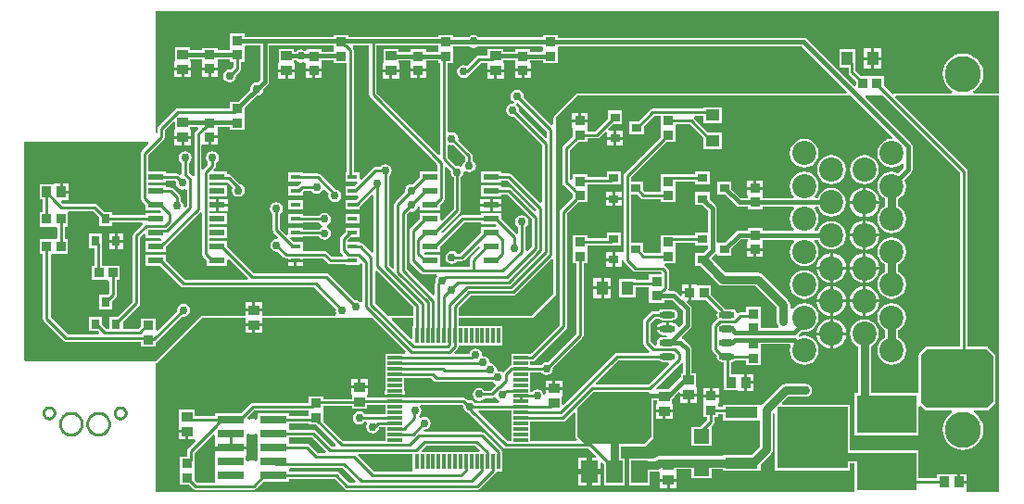
<source format=gtl>
%FSLAX23Y23*%
%MOIN*%
%SFA1B1*%

%IPPOS*%
%ADD13C,0.010000*%
%ADD16R,0.035430X0.039370*%
%ADD17R,0.039370X0.035430*%
%ADD18R,0.051180X0.043310*%
%ADD19R,0.043310X0.051180*%
%ADD20R,0.057090X0.053150*%
%ADD21R,0.214570X0.137800*%
%ADD22R,0.035430X0.031500*%
%ADD23R,0.031500X0.035430*%
%ADD24R,0.251970X0.218500*%
%ADD25R,0.118110X0.039370*%
%ADD26R,0.037400X0.033470*%
%ADD27R,0.033470X0.037400*%
%ADD28R,0.035000X0.016540*%
%ADD29R,0.057090X0.023620*%
%ADD30O,0.057090X0.023620*%
%ADD31R,0.011810X0.053150*%
%ADD32R,0.053150X0.011810*%
%ADD33R,0.149610X0.078740*%
%ADD34R,0.059060X0.078740*%
%ADD35R,0.094490X0.029920*%
%ADD59C,0.015000*%
%ADD60C,0.030000*%
%ADD61C,0.129920*%
%ADD62C,0.086610*%
%ADD63C,0.030000*%
%LNpedalboxrev2-1*%
%LPD*%
G36*
X2347Y1610D02*
Y1605D01*
Y1599*
X2342Y1594*
X2302*
Y1603*
X2248*
Y1595*
X2204*
Y1605*
X2149*
Y1580*
X2118*
X2113Y1579*
X2108Y1576*
X2075Y1542*
X2071Y1545*
X2062Y1547*
X2054Y1545*
X2046Y1540*
X2041Y1532*
X2039Y1523*
X2041Y1514*
X2046Y1507*
X2054Y1501*
X2062Y1500*
X2071Y1501*
X2079Y1507*
X2084Y1514*
X2084Y1514*
X2123Y1553*
X2147*
Y1531*
X2177*
X2206*
Y1554*
X2204*
Y1563*
X2248*
Y1554*
X2246*
Y1532*
X2304*
Y1554*
X2302*
Y1562*
X2347*
Y1554*
X2400*
Y1598*
Y1603*
Y1609*
X2405Y1614*
X3278*
X3440Y1451*
X3438Y1445*
X2472Y1445*
X2469Y1444*
X2466Y1442*
X2387Y1364*
X2386Y1361*
X2385Y1358*
Y1332*
X2378Y1329*
X2277Y1430*
X2277Y1434*
X2276Y1443*
X2271Y1451*
X2263Y1456*
X2254Y1457*
X2245Y1456*
X2237Y1451*
X2232Y1443*
X2231Y1434*
X2232Y1425*
X2237Y1417*
X2243Y1414*
X2240Y1407*
X2238Y1407*
X2229Y1406*
X2222Y1401*
X2217Y1393*
X2215Y1384*
X2217Y1375*
X2222Y1367*
X2229Y1362*
X2238Y1361*
X2242Y1361*
X2344Y1259*
Y1052*
X2338Y1049*
X2235Y1152*
X2231Y1155*
X2225Y1156*
X2197*
Y1162*
X2124*
Y1123*
X2197*
Y1129*
X2220*
X2323Y1026*
X2323Y1024*
X2315Y1021*
X2235Y1102*
X2231Y1105*
X2225Y1106*
X2197*
Y1112*
X2124*
Y1073*
X2197*
Y1079*
X2220*
X2308Y991*
Y893*
X2291Y876*
X2284Y879*
Y964*
X2288Y966*
X2293Y974*
X2295Y983*
X2293Y992*
X2288Y999*
X2280Y1004*
X2271Y1006*
X2262Y1004*
X2255Y999*
X2249Y992*
X2248Y983*
X2249Y974*
X2255Y966*
X2258Y964*
Y941*
X2255Y939*
X2251Y938*
X2197Y992*
Y1012*
X2124*
Y1006*
X2057*
X2052Y1005*
X2048Y1002*
X1988Y942*
X1980Y944*
X1980Y947*
X2048Y1015*
X2051Y1019*
X2052Y1024*
Y1142*
X2055Y1144*
X2061Y1152*
X2062Y1161*
X2062Y1161*
X2069Y1165*
X2073Y1162*
X2082Y1161*
X2091Y1162*
X2099Y1167*
X2104Y1175*
X2106Y1184*
X2104Y1193*
X2099Y1201*
X2095Y1203*
Y1219*
X2094Y1224*
X2092Y1228*
X2042Y1278*
X2043Y1281*
X2041Y1290*
X2036Y1298*
X2028Y1303*
X2019Y1305*
X2011Y1303*
X2004Y1307*
Y1553*
X2024*
Y1603*
Y1604*
Y1615*
X2082*
X2089Y1610*
X2098Y1608*
X2107Y1610*
X2114Y1615*
X2342*
X2347Y1610*
G37*
G36*
X1595Y1609D02*
Y1605D01*
Y1603*
Y1595*
X1550*
Y1603*
X1496*
Y1601*
X1489Y1597*
X1485Y1600*
X1476Y1602*
X1467Y1600*
X1459Y1595*
X1452Y1595*
Y1605*
X1397*
Y1554*
X1395*
Y1531*
X1425*
X1454*
Y1554*
X1452*
Y1562*
X1459Y1562*
X1467Y1557*
X1476Y1555*
X1485Y1557*
X1494Y1555*
X1494Y1554*
Y1532*
X1552*
Y1554*
X1550*
Y1563*
X1595*
Y1554*
X1640*
Y1159*
X1636*
Y1126*
X1677*
X1680Y1120*
X1669Y1109*
X1636*
Y1076*
X1681*
X1684Y1069*
X1674Y1059*
X1636*
Y1026*
X1687*
Y1035*
X1732Y1080*
X1739Y1077*
Y873*
X1732Y870*
X1700Y902*
X1696Y905*
X1690Y906*
X1687*
Y909*
X1645*
X1645Y916*
X1655Y926*
X1687*
Y959*
X1636*
Y945*
X1622Y931*
X1619Y926*
X1618Y921*
Y879*
X1619Y874*
X1622Y870*
X1629Y862*
X1627Y856*
X1588*
X1571Y873*
X1566Y876*
X1561Y877*
X1483*
Y909*
X1450*
X1439Y920*
X1442Y926*
X1483*
Y929*
X1542*
X1545Y925*
X1553Y920*
X1562Y918*
X1570Y920*
X1578Y925*
X1583Y932*
X1585Y941*
X1583Y950*
X1578Y958*
X1571Y963*
X1570Y965*
Y968*
X1571Y970*
X1578Y975*
X1583Y983*
X1585Y992*
X1583Y1001*
X1578Y1008*
X1570Y1013*
X1562Y1015*
X1553Y1013*
X1545Y1008*
X1543Y1005*
X1483*
Y1009*
X1432*
Y976*
X1483*
Y979*
X1542*
X1545Y975*
X1552Y970*
X1553Y968*
Y965*
X1552Y963*
X1545Y958*
X1543Y955*
X1483*
Y959*
X1432*
Y937*
X1425Y934*
X1402Y958*
Y1010*
X1405Y1012*
X1410Y1020*
X1412Y1029*
X1410Y1038*
X1405Y1046*
X1397Y1051*
X1388Y1052*
X1379Y1051*
X1372Y1046*
X1367Y1038*
X1365Y1029*
X1367Y1020*
X1372Y1012*
X1375Y1010*
Y952*
X1376Y947*
X1379Y943*
X1394Y928*
X1391Y921*
X1389Y922*
X1380Y920*
X1373Y915*
X1368Y907*
X1366Y898*
X1368Y889*
X1373Y882*
X1380Y876*
X1389Y875*
X1393Y875*
X1414Y855*
X1418Y852*
X1424Y851*
X1430*
Y848*
X1457*
X1485*
Y851*
X1556*
X1573Y833*
X1578Y830*
X1583Y829*
X1636*
Y826*
X1687*
Y831*
X1694Y834*
X1698Y831*
Y694*
X1691Y692*
X1689Y694*
X1682Y699*
X1673Y701*
X1669Y700*
X1576Y793*
X1572Y796*
X1567Y797*
X1306*
X1211Y892*
Y912*
X1147*
Y923*
X1211*
Y962*
X1147*
Y973*
X1211*
Y1012*
X1147*
Y1021*
X1170*
Y1043*
Y1064*
X1147*
Y1073*
X1211*
Y1112*
X1147*
Y1123*
X1211*
X1218Y1121*
X1232Y1107*
X1230Y1104*
X1228Y1095*
X1230Y1086*
X1235Y1078*
X1242Y1073*
X1251Y1072*
X1260Y1073*
X1268Y1078*
X1273Y1086*
X1275Y1095*
X1273Y1104*
X1268Y1112*
X1260Y1117*
X1259Y1117*
X1228Y1148*
X1224Y1151*
X1218Y1152*
X1211*
Y1162*
X1164*
X1161Y1169*
X1168Y1175*
X1170Y1180*
X1171Y1185*
Y1193*
X1175Y1196*
X1180Y1203*
X1182Y1212*
X1180Y1221*
X1175Y1229*
X1167Y1234*
X1158Y1236*
X1149Y1234*
X1142Y1229*
X1137Y1221*
X1135Y1212*
X1137Y1203*
X1142Y1196*
X1142Y1187*
X1126Y1171*
X1119Y1174*
Y1254*
X1120Y1260*
X1144*
Y1287*
X1149*
Y1292*
X1178*
Y1314*
X1176*
Y1323*
X1221*
Y1313*
X1274*
Y1363*
Y1365*
Y1370*
Y1392*
X1319Y1437*
X1327Y1438*
X1335Y1444*
X1340Y1451*
X1342Y1459*
X1357Y1475*
X1361Y1480*
X1362Y1486*
Y1616*
X1593*
X1595Y1609*
G37*
G36*
X1971Y1604D02*
D01*
Y1603*
Y1594*
X1926*
Y1603*
X1872*
Y1594*
X1828*
Y1605*
X1773*
Y1554*
X1771*
Y1531*
X1800*
X1830*
Y1554*
X1828*
Y1563*
X1872*
Y1554*
X1870*
Y1532*
X1928*
Y1554*
X1926*
Y1563*
X1971*
Y1553*
X1978*
Y1224*
X1971Y1222*
X1749Y1444*
Y1616*
X1971*
Y1604*
G37*
G36*
X3989Y1445D02*
X3897D01*
X3895Y1452*
X3899Y1453*
X3910Y1462*
X3919Y1474*
X3926Y1486*
X3930Y1500*
X3931Y1514*
X3930Y1529*
X3926Y1542*
X3919Y1555*
X3910Y1566*
X3899Y1575*
X3886Y1582*
X3872Y1586*
X3858Y1588*
X3843Y1586*
X3830Y1582*
X3817Y1575*
X3806Y1566*
X3797Y1555*
X3790Y1542*
X3786Y1529*
X3784Y1514*
X3786Y1500*
X3790Y1486*
X3797Y1474*
X3806Y1462*
X3817Y1453*
X3820Y1452*
X3818Y1445*
X3618*
X3615Y1444*
X3612Y1442*
X3604Y1441*
X3573Y1472*
Y1507*
X3524*
X3522*
X3492*
X3472Y1526*
Y1554*
X3472Y1555*
Y1604*
X3413*
Y1537*
X3446*
Y1520*
X3447Y1515*
X3450Y1511*
X3473Y1488*
Y1473*
X3466Y1470*
X3296Y1641*
X3290Y1644*
X3284Y1645*
X2400*
Y1654*
X2347*
Y1646*
X2116*
X2115Y1648*
X2107Y1654*
X2098Y1655*
X2089Y1654*
X2081Y1648*
X2080Y1646*
X2024*
Y1654*
X1971*
Y1648*
X1648*
Y1654*
X1595*
Y1648*
X1274*
Y1659*
X1221*
Y1615*
Y1610*
Y1604*
X1216Y1599*
X1176*
Y1608*
X1122*
Y1599*
X1078*
Y1610*
X1023*
Y1559*
X1021*
Y1536*
X1051*
X1080*
Y1559*
X1078*
Y1568*
X1122*
Y1559*
X1120*
Y1537*
X1178*
Y1559*
X1176*
Y1568*
X1221*
Y1558*
X1234*
Y1540*
X1225Y1530*
X1221Y1531*
X1212Y1529*
X1204Y1524*
X1199Y1516*
X1197Y1507*
X1199Y1498*
X1204Y1491*
X1212Y1486*
X1221Y1484*
X1230Y1486*
X1237Y1491*
X1242Y1498*
X1244Y1507*
X1243Y1511*
X1257Y1525*
X1260Y1529*
X1261Y1534*
Y1558*
X1274*
Y1611*
X1279Y1616*
X1330*
Y1492*
X1321Y1483*
X1318Y1484*
X1309Y1482*
X1302Y1477*
X1297Y1469*
X1295Y1460*
X1295Y1458*
X1252Y1414*
X1221*
Y1391*
X1033*
X1028Y1390*
X1024Y1387*
X964Y1327*
X961Y1322*
X960Y1317*
Y1299*
X960Y1299*
X953Y1303*
Y1739*
X3989*
Y1445*
G37*
G36*
X2362Y1307D02*
Y1288D01*
X2356Y1285*
X2261Y1380*
X2262Y1384*
X2260Y1393*
X2255Y1401*
X2250Y1404*
X2253Y1410*
X2258Y1411*
X2362Y1307*
G37*
G36*
X2019Y1258D02*
X2023Y1259D01*
X2069Y1213*
Y1203*
X2066Y1201*
X2061Y1193*
X2059Y1184*
X2059Y1184*
X2052Y1179*
X2048Y1183*
X2039Y1184*
X2035Y1184*
X2004Y1214*
Y1256*
X2011Y1260*
X2019Y1258*
G37*
G36*
X1023Y1339D02*
Y1314D01*
X1021*
Y1291*
X1051*
X1080*
Y1314*
X1078*
Y1323*
X1103*
X1106Y1316*
X1096Y1307*
X1094Y1303*
X1093Y1297*
Y1148*
X1086Y1146*
X1074Y1157*
Y1194*
X1077Y1197*
X1082Y1204*
X1084Y1213*
X1082Y1222*
X1077Y1230*
X1069Y1235*
X1061Y1237*
X1052Y1235*
X1044Y1230*
X1039Y1222*
X1037Y1213*
X1039Y1204*
X1044Y1197*
X1047Y1194*
Y1154*
X1041Y1151*
X1041Y1151*
X1039Y1152*
X1035Y1155*
X1030Y1156*
X991*
Y1162*
X926*
Y1222*
X983Y1278*
X985Y1282*
X986Y1287*
Y1312*
X1017Y1342*
X1023Y1339*
G37*
G36*
X1722Y1439D02*
X1723Y1434D01*
X1726Y1429*
X1969Y1187*
Y1162*
X1904*
Y1142*
X1880Y1117*
X1875Y1118*
X1866Y1117*
X1858Y1112*
X1853Y1104*
X1851Y1095*
X1852Y1090*
X1816Y1054*
X1813Y1049*
X1812Y1044*
Y815*
X1806Y812*
X1793Y825*
Y1148*
X1797Y1150*
X1802Y1158*
X1803Y1167*
X1802Y1176*
X1797Y1183*
X1789Y1188*
X1780Y1190*
X1771Y1188*
X1763Y1183*
X1761Y1180*
X1745*
X1740Y1179*
X1736Y1176*
X1694Y1134*
X1687Y1137*
Y1159*
X1666*
Y1600*
X1665Y1605*
X1663Y1609*
X1664Y1613*
X1665Y1616*
X1722*
Y1439*
G37*
G36*
X1028Y1124D02*
X1028Y1122D01*
X1029Y1113*
X1035Y1105*
X1042Y1100*
X1051Y1098*
X1059Y1100*
X1066Y1096*
Y1039*
X1060Y1033*
X1054Y1037*
X1054Y1039*
X1053Y1048*
X1048Y1055*
X1044Y1058*
Y1069*
X1043Y1074*
X1040Y1078*
X1016Y1102*
X1012Y1105*
X1007Y1106*
X991*
Y1112*
X926*
Y1123*
X991*
Y1129*
X1023*
X1028Y1124*
G37*
G36*
X2016Y1165D02*
X2015Y1161D01*
X2017Y1152*
X2022Y1144*
X2026Y1142*
Y1030*
X1983Y988*
X1977Y990*
Y1012*
X1904*
Y992*
X1872Y959*
X1869Y955*
X1868Y950*
Y843*
X1869Y838*
X1872Y834*
X1909Y796*
X1914Y793*
X1919Y792*
X1963*
X1966Y785*
X1962Y780*
X1960Y771*
X1961Y767*
X1960Y764*
X1959Y759*
Y719*
X1952Y717*
X1857Y812*
Y1007*
X1869Y1019*
X1875Y1018*
X1883Y1020*
X1891Y1025*
X1896Y1033*
X1897Y1037*
X1904Y1036*
Y1023*
X1977*
Y1044*
X1991Y1058*
X1994Y1062*
X1995Y1067*
Y1177*
X2002Y1179*
X2016Y1165*
G37*
G36*
X929Y1262D02*
X904Y1237D01*
X901Y1232*
X900Y1227*
Y1067*
X901Y1062*
X904Y1058*
X918Y1044*
Y1023*
X971*
X974Y1019*
X971Y1012*
X918*
Y1006*
X799*
Y1017*
X770*
X743Y1044*
X739Y1047*
X734Y1048*
X620*
X614Y1054*
X616Y1060*
X642*
Y1085*
X615*
Y1090*
X610*
Y1120*
X587*
Y1118*
X536*
Y1062*
X549*
Y1018*
X538*
Y965*
X582*
X587*
X595*
X600Y960*
Y925*
X595Y920*
X589*
X582*
X538*
Y867*
X549*
Y633*
X550Y628*
X553Y624*
X622Y555*
X626Y552*
X631Y551*
X902*
Y534*
X955*
Y548*
X958Y549*
X1051Y642*
X1055Y641*
X1064Y643*
X1071Y648*
X1076Y656*
X1078Y665*
X1076Y674*
X1071Y681*
X1064Y687*
X1055Y688*
X1046Y687*
X1038Y681*
X1033Y674*
X1031Y665*
X1032Y661*
X962Y591*
X955Y594*
Y634*
X902*
Y608*
X891Y597*
X836*
Y622*
X895Y680*
X898Y684*
X899Y689*
Y927*
X911Y940*
X918Y937*
Y923*
X971*
X974Y916*
X971Y912*
X918*
Y873*
X991*
Y894*
X1113Y1016*
X1120Y1013*
Y867*
X1121Y862*
X1124Y858*
X1138Y844*
Y823*
X1211*
Y845*
X1218Y848*
X1286Y780*
X1283Y773*
X1060*
X991Y842*
Y862*
X918*
Y823*
X972*
X1045Y750*
X1049Y747*
X1054Y746*
X1525*
X1603Y668*
X1602Y664*
X1604Y655*
X1605Y652*
X1602Y645*
X1336*
Y659*
X1307*
X1277*
Y645*
X1122*
X1118Y645*
X1116Y643*
X953Y480*
X953*
X949Y479*
X948Y479*
X948Y479*
X944Y480*
X487*
X482Y485*
X482Y1269*
X927*
X929Y1262*
G37*
G36*
X751Y999D02*
Y966D01*
X799*
Y979*
X904*
X907Y972*
X876Y942*
X873Y937*
X872Y932*
Y695*
X818Y640*
X789*
Y597*
X776*
X761Y612*
Y640*
X714*
Y589*
X747*
X751Y584*
X749Y578*
X637*
X576Y639*
Y862*
X581Y867*
X587*
X594*
X638*
Y920*
X627*
Y965*
X638*
Y1014*
X638Y1018*
X644Y1021*
X729*
X751Y999*
G37*
G36*
X2124Y973D02*
X2177D01*
X2180Y969*
X2177Y962*
X2124*
Y942*
X2050Y867*
X2038*
X2036Y870*
X2028Y876*
X2019Y877*
X2010Y876*
X2003Y870*
X1998Y863*
X1996Y854*
X1998Y845*
X2003Y837*
X2010Y832*
X2019Y830*
X2028Y832*
X2036Y837*
X2038Y841*
X2055*
X2060Y842*
X2065Y844*
X2114Y893*
X2121Y891*
X2121Y889*
X2087Y854*
X2084Y849*
X2083Y844*
Y819*
X1982*
X1977Y823*
Y862*
X1924*
X1921Y866*
X1924Y873*
X1977*
Y894*
X2063Y979*
X2124*
Y973*
G37*
G36*
X2385Y846D02*
Y723D01*
X2307Y645*
X2044*
Y672*
X2087Y716*
X2240*
X2245Y717*
X2249Y719*
X2378Y848*
X2385Y846*
G37*
G36*
X1880Y675D02*
Y645D01*
X1805*
X1802Y645*
X1800Y643*
X1791Y642*
X1743Y691*
Y803*
X1750Y806*
X1880Y675*
G37*
G36*
Y637D02*
Y607D01*
X1879*
Y563*
X1873Y561*
X1803Y631*
X1805Y637*
X1880*
G37*
G36*
X3989Y10D02*
X3872D01*
X3871Y16*
Y41*
X3843*
Y46*
X3838*
Y75*
X3815*
Y73*
X3764*
Y59*
X3699*
Y161*
X3533*
X3530Y161*
X3450*
Y323*
X3208*
X3206Y329*
X3229Y353*
X3291*
X3300Y355*
X3307Y360*
X3313Y367*
X3314Y376*
X3313Y385*
X3307Y393*
X3300Y398*
X3291Y400*
X3220*
X3211Y398*
X3203Y393*
X3136Y326*
X3130Y323*
X2995*
Y317*
X2978*
Y329*
X2980*
Y351*
X2923*
Y329*
X2925*
Y280*
X2938*
Y270*
X2913Y245*
X2880*
Y176*
X2953*
Y245*
X2956Y251*
X2961Y255*
X2964Y259*
X2965Y264*
Y280*
X2978*
Y290*
X2995*
Y268*
X3128*
Y174*
X3096Y143*
X2995*
Y139*
X2765*
X2756Y137*
X2748Y132*
X2746Y130*
X2709*
X2707Y130*
X2657*
Y35*
X2732*
Y83*
X2756*
X2764Y85*
X2768Y81*
X2769Y79*
Y58*
X2799*
X2828*
Y80*
X2826*
Y92*
X2880*
Y59*
X2953*
Y92*
X2995*
Y88*
X3130*
Y110*
X3168Y148*
X3173Y156*
X3175Y165*
X3175*
Y293*
X3175Y293*
X3182Y290*
Y88*
X3450*
Y115*
X3469*
Y10*
X953*
Y472*
X956*
X1122Y637*
X1277*
Y616*
X1307*
X1336*
Y637*
X1733*
X1855Y516*
X1852Y508*
X1849Y508*
X1780*
Y460*
Y421*
Y372*
X1778*
Y361*
X1814*
X1851*
Y372*
X1849*
Y421*
X1944*
X1954Y411*
X1959Y408*
X1964Y407*
X2167*
X2169Y405*
X2175Y401*
X2176Y395*
Y393*
X2158Y375*
X2136*
X2134Y378*
X2127Y383*
X2118Y385*
X2109Y383*
X2101Y378*
X2096Y371*
X2094Y362*
X2096Y353*
X2101Y345*
X2109Y340*
X2118Y338*
X2127Y340*
X2134Y345*
X2136Y348*
X2164*
X2169Y349*
X2171Y351*
X2177Y350*
X2179Y349*
X2184Y342*
X2191Y337*
X2191Y337*
X2187Y330*
X2104*
X2102Y334*
X2094Y339*
X2085Y341*
X2077Y339*
X2071Y345*
X2066Y348*
X2061Y349*
X1851*
Y351*
X1814*
X1778*
Y349*
X1715*
Y361*
X1717*
Y383*
X1658*
Y361*
X1660*
Y345*
X1558*
Y354*
X1504*
Y331*
X1304*
X1299Y330*
X1295Y327*
X1260Y293*
X1169*
Y283*
X1094*
Y306*
X1039*
Y255*
X1037*
Y232*
X1066*
Y227*
X1071*
Y199*
X1094*
X1098Y193*
X1071Y166*
X1068Y162*
X1067Y157*
Y136*
X1040*
Y87*
Y85*
Y36*
X1072*
X1087Y22*
X1091Y19*
X1096Y18*
X1306*
X1311Y19*
X1316Y22*
X1341Y47*
X1433*
Y57*
X1598*
X1633Y22*
X1637Y19*
X1642Y18*
X2111*
X2116Y19*
X2121Y22*
X2177Y78*
X2180Y83*
X2181Y85*
X2202*
Y154*
X2200*
X2200Y157*
X2197Y161*
X2136Y222*
X2132Y225*
X2126Y226*
X1922*
X1919Y233*
X1920Y234*
X1920*
X1929Y236*
X1936Y241*
X1941Y248*
X1943Y257*
X1941Y266*
X1936Y274*
X1929Y279*
X1920Y281*
X1911Y279*
X1908Y277*
X1900Y281*
X1900Y283*
X1904Y285*
X1909Y293*
X1911Y302*
X1909Y311*
X1905Y316*
X1909Y323*
X2056*
X2062Y317*
X2063Y308*
X2069Y301*
X2076Y296*
X2080Y295*
X2205Y170*
X2209Y167*
X2214Y166*
X2511*
X2539Y138*
X2536Y132*
X2523*
Y92*
X2553*
Y115*
X2559Y118*
X2566Y111*
Y35*
X2641*
Y130*
X2627*
Y174*
X2712*
X2715Y175*
X2718Y177*
X2741Y200*
X2743Y203*
X2744Y206*
Y340*
X2756*
Y328*
X2754*
Y306*
X2784*
X2814*
Y328*
X2812*
Y345*
X2821Y355*
X2825Y360*
X2825Y360*
X2834Y370*
X2841Y367*
Y364*
X2871*
X2900*
Y386*
X2898*
Y438*
X2881*
Y523*
X2880Y529*
X2877Y534*
X2853Y559*
X2849Y561*
X2847Y567*
X2847Y569*
X2877Y599*
X2880Y604*
X2881Y610*
Y670*
X2880Y676*
X2877Y681*
X2865Y693*
X2868Y699*
X2870*
Y723*
X2849*
Y718*
X2842Y715*
X2830Y727*
X2825Y731*
X2819Y732*
X2803*
X2799Y739*
X2800Y740*
X2801Y745*
Y805*
X2800Y810*
X2797Y814*
X2787Y824*
X2784Y826*
X2787Y833*
X2825*
Y883*
Y884*
Y907*
X2888*
X2888Y908*
X2895*
Y897*
X2940*
Y886*
X2924Y870*
X2895*
Y822*
X2913*
X2977Y759*
X2985Y753*
X2994Y752*
X3112*
X3189Y675*
Y624*
X3190Y615*
X3195Y608*
X3194Y604*
X3192Y601*
X3131*
Y625*
Y627*
Y676*
X3078*
Y656*
X3056*
X3052Y655*
X3045Y655*
X3040Y662*
X3034Y666*
X3026Y668*
X3002*
X3002Y668*
X2999Y672*
X2951Y720*
Y755*
X2902*
Y757*
X2880*
Y728*
Y699*
X2902*
Y701*
X2933*
X2976Y658*
X2974Y655*
X2972Y647*
X2974Y640*
X2977Y635*
X2973Y632*
X2958Y617*
X2956Y613*
X2955Y608*
Y522*
X2956Y517*
X2958Y513*
X2973Y499*
X2972Y497*
X2974Y490*
X2978Y483*
X2985Y479*
X2993Y477*
X2997*
Y417*
X2997Y415*
Y376*
X3049*
Y374*
X3071*
Y404*
Y434*
X3049*
Y432*
X3024*
Y477*
X3026*
X3034Y479*
X3040Y483*
X3041Y484*
X3078*
Y467*
X3131*
Y516*
Y518*
Y542*
X3234*
X3238Y536*
X3237Y534*
X3235Y520*
X3237Y507*
X3242Y494*
X3250Y484*
X3261Y475*
X3274Y470*
X3287Y468*
X3300Y470*
X3313Y475*
X3323Y484*
X3332Y494*
X3337Y507*
X3339Y520*
X3337Y534*
X3332Y546*
X3323Y557*
X3313Y565*
X3300Y570*
X3287Y572*
X3274Y570*
X3269Y568*
X3267Y569*
X3266Y577*
X3277Y588*
X3287Y587*
X3300Y588*
X3313Y593*
X3323Y602*
X3332Y612*
X3337Y625*
X3339Y638*
X3337Y652*
X3332Y664*
X3323Y675*
X3313Y683*
X3300Y688*
X3287Y690*
X3274Y688*
X3261Y683*
X3250Y675*
X3246Y670*
X3237Y669*
X3236Y670*
Y685*
X3234Y694*
X3229Y701*
X3138Y792*
X3131Y797*
X3122Y799*
X3003*
X2950Y851*
X2967Y868*
X2969Y867*
X2974Y865*
Y860*
X3025*
Y885*
X3059Y919*
X3083*
Y910*
X3081*
Y888*
X3110*
X3138*
Y910*
X3136*
Y918*
X3248*
X3250Y914*
X3250Y911*
X3242Y900*
X3237Y888*
X3235Y875*
X3237Y861*
X3242Y849*
X3250Y838*
X3261Y830*
X3274Y825*
X3287Y823*
X3300Y825*
X3313Y830*
X3323Y838*
X3332Y849*
X3337Y861*
X3339Y875*
X3337Y888*
X3332Y900*
X3324Y911*
X3324Y914*
X3325Y918*
X3336*
X3341Y908*
X3349Y897*
X3359Y889*
X3372Y884*
X3385Y882*
X3399Y884*
X3411Y889*
X3422Y897*
X3430Y908*
X3435Y920*
X3437Y934*
X3435Y947*
X3430Y959*
X3422Y970*
X3411Y978*
X3399Y984*
X3385Y985*
X3372Y984*
X3359Y978*
X3349Y970*
X3341Y959*
X3336Y950*
X3326*
X3325Y952*
X3324Y957*
X3332Y967*
X3337Y979*
X3339Y993*
X3337Y1006*
X3332Y1018*
X3324Y1029*
X3324Y1031*
X3326Y1036*
X3336*
X3341Y1026*
X3349Y1015*
X3359Y1007*
X3372Y1002*
X3385Y1000*
X3399Y1002*
X3411Y1007*
X3422Y1015*
X3430Y1026*
X3435Y1038*
X3437Y1052*
X3435Y1065*
X3430Y1078*
X3422Y1088*
X3411Y1096*
X3399Y1102*
X3385Y1103*
X3372Y1102*
X3359Y1096*
X3349Y1088*
X3341Y1078*
X3336Y1067*
X3326*
X3324Y1072*
X3324Y1074*
X3332Y1085*
X3337Y1097*
X3339Y1111*
X3337Y1124*
X3332Y1137*
X3323Y1147*
X3313Y1156*
X3300Y1161*
X3287Y1162*
X3274Y1161*
X3261Y1156*
X3250Y1147*
X3242Y1137*
X3237Y1124*
X3235Y1111*
X3237Y1097*
X3242Y1085*
X3250Y1074*
X3250Y1072*
X3248Y1067*
X3136*
Y1076*
X3138*
Y1098*
X3081*
Y1076*
X3083*
Y1067*
X3059*
X3025Y1101*
Y1127*
X2974*
Y1079*
X3003*
X3041Y1040*
X3047Y1037*
X3053Y1036*
X3083*
Y1027*
X3136*
Y1036*
X3248*
X3250Y1031*
X3250Y1029*
X3242Y1018*
X3237Y1006*
X3235Y993*
X3237Y979*
X3242Y967*
X3250Y957*
X3249Y952*
X3248Y950*
X3136*
Y959*
X3083*
Y950*
X3053*
X3047Y949*
X3041Y946*
X3003Y907*
X2974*
X2972Y913*
Y1030*
X2971Y1036*
X2967Y1041*
X2946Y1062*
Y1089*
X2895*
Y1042*
X2922*
X2940Y1023*
Y945*
X2895*
Y934*
X2888*
X2888Y934*
X2810*
X2809Y934*
X2772*
Y884*
Y883*
Y871*
X2714*
X2706Y878*
Y907*
X2663*
Y1079*
X2688*
X2699Y1068*
X2703Y1065*
X2708Y1064*
X2772*
Y1053*
X2825*
Y1097*
Y1102*
Y1109*
Y1127*
X2888*
X2888Y1127*
X2895*
Y1117*
X2946*
Y1164*
X2895*
Y1154*
X2888*
X2888Y1153*
X2810*
X2809Y1153*
X2772*
Y1109*
Y1104*
Y1095*
X2767Y1091*
X2714*
X2706Y1098*
Y1127*
X2663*
Y1141*
X2792Y1270*
X2824*
Y1314*
Y1320*
Y1328*
X2829Y1333*
X2876*
X2923Y1286*
Y1245*
X2990*
Y1305*
X2941*
X2891Y1355*
X2891Y1355*
X2893Y1362*
X2923*
Y1336*
X2990*
Y1395*
X2923*
Y1389*
X2742*
X2737Y1388*
X2732Y1385*
X2692Y1344*
X2659*
Y1297*
X2710*
Y1325*
X2747Y1362*
X2771*
Y1327*
Y1321*
Y1314*
Y1287*
X2641Y1156*
X2638Y1152*
X2637Y1147*
Y872*
X2630Y872*
X2630*
X2607*
Y846*
Y820*
X2630*
Y845*
X2637Y845*
X2638Y840*
X2641Y836*
X2671Y806*
X2675Y803*
X2680Y802*
X2772*
X2775Y799*
Y792*
X2729*
Y774*
X2681*
Y777*
X2621*
Y710*
X2681*
Y747*
X2728*
X2729Y741*
Y691*
X2783*
Y700*
X2813*
X2850Y663*
Y616*
X2839Y605*
X2831Y607*
X2827Y613*
X2820Y618*
X2812Y620*
X2800*
Y597*
X2795*
Y592*
X2757*
X2758Y589*
X2762Y582*
X2770Y577*
X2778Y575*
X2792*
X2795Y568*
X2795Y568*
X2778*
X2770Y566*
X2764Y562*
X2759Y555*
X2758Y547*
X2759Y544*
X2754Y538*
X2748Y537*
X2733Y552*
Y617*
X2750Y634*
X2763*
X2764Y633*
X2770Y629*
X2778Y627*
X2812*
X2819Y629*
X2826Y633*
X2830Y640*
X2832Y647*
X2830Y655*
X2826Y662*
X2819Y666*
X2812Y668*
X2778*
X2770Y666*
X2764Y662*
X2763Y661*
X2745*
X2740Y660*
X2735Y657*
X2711Y632*
X2708Y628*
X2707Y623*
Y547*
X2708Y542*
X2711Y537*
X2730Y518*
X2727Y511*
X2613*
X2608Y510*
X2604Y507*
X2420Y324*
X2414Y326*
Y355*
X2416*
Y377*
X2357*
Y362*
X2350Y361*
X2349Y365*
X2344Y372*
X2336Y377*
X2327Y379*
X2318Y377*
X2311Y372*
X2308Y369*
X2302*
Y401*
Y441*
X2341*
X2343Y438*
X2351Y433*
X2360Y431*
X2369Y433*
X2376Y438*
X2381Y445*
X2383Y454*
X2382Y458*
X2489Y565*
X2492Y569*
X2493Y574*
Y833*
X2507*
Y877*
Y883*
Y890*
Y897*
X2591*
X2592Y897*
X2628*
Y945*
X2576*
Y923*
X2507*
Y934*
X2453*
Y890*
Y884*
Y877*
Y833*
X2467*
Y580*
X2364Y477*
X2360Y478*
X2351Y476*
X2343Y471*
X2341Y467*
X2302*
Y480*
X2309*
X2314Y481*
X2318Y484*
X2430Y596*
X2433Y600*
X2434Y606*
Y1013*
X2474Y1053*
X2507*
Y1097*
Y1102*
Y1104*
Y1116*
X2591*
X2592Y1117*
X2628*
Y1164*
X2576*
Y1143*
X2507*
Y1153*
X2453*
Y1136*
X2446Y1133*
X2445Y1133*
Y1241*
X2474Y1270*
X2507*
Y1282*
X2541*
X2546Y1283*
X2550Y1285*
X2571Y1306*
X2578Y1303*
Y1288*
X2601*
Y1309*
X2583*
X2581Y1316*
X2599Y1334*
X2632*
Y1382*
X2580*
Y1353*
X2535Y1308*
X2507*
Y1319*
X2509*
Y1341*
X2451*
Y1319*
X2453*
Y1287*
X2422Y1256*
X2419Y1252*
X2418Y1247*
Y1123*
X2419Y1118*
X2422Y1113*
X2446Y1089*
X2448Y1088*
X2453Y1083*
Y1069*
X2411Y1028*
X2409Y1023*
X2408Y1018*
Y611*
X2307Y511*
X2302Y508*
X2233*
Y466*
X2230Y466*
X2226Y463*
X2206Y443*
X2204Y441*
X2196Y442*
X2194Y444*
X2188Y445*
X2184Y447*
X2181Y452*
X2180Y458*
X2175Y465*
X2168Y470*
X2161Y472*
X2157Y474*
X2155Y479*
X2153Y485*
X2148Y492*
X2141Y497*
X2135Y498*
X2130Y501*
X2128Y505*
X2126Y511*
X2121Y519*
X2114Y524*
X2105Y526*
X2096Y524*
X2088Y519*
X2083Y511*
X2082Y507*
X2030*
X2028Y513*
X2040Y525*
X2042Y530*
X2043Y535*
Y538*
X2202*
Y607*
X2044*
Y637*
X2311*
X2393Y720*
Y1358*
X2472Y1437*
X3455*
X3605Y1287*
X3604Y1284*
X3601Y1280*
X3588Y1279*
X3576Y1274*
X3565Y1265*
X3557Y1255*
X3552Y1242*
X3550Y1229*
X3552Y1215*
X3557Y1203*
X3565Y1192*
X3576Y1184*
X3588Y1179*
X3602Y1177*
X3615Y1179*
X3628Y1184*
X3638Y1192*
X3642Y1191*
X3645Y1190*
Y1176*
X3625Y1157*
X3615Y1161*
X3602Y1162*
X3588Y1161*
X3576Y1156*
X3565Y1147*
X3557Y1137*
X3552Y1124*
X3550Y1111*
X3552Y1097*
X3557Y1085*
X3565Y1074*
X3576Y1066*
X3578Y1065*
Y1038*
X3576Y1037*
X3565Y1029*
X3557Y1018*
X3552Y1006*
X3550Y993*
X3552Y979*
X3557Y967*
X3565Y956*
X3576Y948*
X3588Y943*
X3602Y941*
X3615Y943*
X3628Y948*
X3638Y956*
X3647Y967*
X3652Y979*
X3654Y993*
X3652Y1006*
X3647Y1018*
X3638Y1029*
X3628Y1037*
X3625Y1038*
Y1065*
X3628Y1066*
X3638Y1074*
X3647Y1085*
X3652Y1097*
X3654Y1111*
X3652Y1124*
X3648Y1134*
X3672Y1158*
X3675Y1163*
X3676Y1170*
Y1253*
X3675Y1259*
X3672Y1264*
X3506Y1430*
X3509Y1437*
X3571*
X3848Y1159*
Y532*
X3728*
X3725Y532*
X3723Y530*
X3701Y509*
X3700Y506*
X3699Y503*
Y368*
X3527*
Y533*
X3529Y534*
X3540Y543*
X3548Y553*
X3553Y566*
X3555Y579*
X3553Y593*
X3548Y605*
X3540Y616*
X3529Y624*
X3517Y629*
X3503Y631*
X3490Y629*
X3478Y624*
X3467Y616*
X3459Y605*
X3453Y593*
X3452Y579*
X3453Y566*
X3459Y553*
X3467Y543*
X3478Y534*
X3480Y533*
Y368*
X3469*
Y214*
X3699*
Y318*
X3706Y320*
X3721Y306*
X3724Y304*
X3727Y303*
X3817*
X3818Y296*
X3817Y296*
X3806Y287*
X3797Y275*
X3790Y263*
X3786Y249*
X3784Y235*
X3786Y220*
X3790Y207*
X3797Y194*
X3806Y183*
X3817Y174*
X3830Y167*
X3843Y163*
X3858Y161*
X3872Y163*
X3886Y167*
X3899Y174*
X3910Y183*
X3919Y194*
X3926Y207*
X3930Y220*
X3931Y235*
X3930Y249*
X3926Y263*
X3919Y275*
X3910Y287*
X3899Y296*
X3897Y296*
X3899Y303*
X3945*
X3948Y304*
X3951Y306*
X3973Y327*
X3975Y330*
X3975Y333*
Y500*
X3975Y503*
X3973Y505*
X3948Y530*
X3946Y532*
X3942Y532*
X3875*
Y1165*
X3874Y1170*
X3871Y1174*
X3615Y1430*
X3618Y1437*
X3989*
Y10*
G37*
G36*
X2764Y483D02*
X2770Y479D01*
X2778Y477*
X2799*
X2801Y471*
X2726Y396*
X2539*
X2537Y402*
X2618Y484*
X2763*
X2764Y483*
G37*
G36*
X2850Y472D02*
Y438D01*
X2843*
Y423*
X2799Y380*
X2757*
X2753Y385*
X2843Y475*
X2850Y472*
G37*
G36*
X3967Y500D02*
Y333D01*
X3945Y312*
X3727*
X3707Y331*
Y503*
X3728Y524*
X3942*
X3967Y500*
G37*
G36*
X1780Y290D02*
X1705D01*
X1703Y294*
X1695Y299*
X1687Y301*
X1678Y299*
X1670Y294*
X1665Y286*
X1663Y277*
X1665Y268*
X1670Y260*
X1678Y255*
X1687Y254*
X1695Y255*
X1703Y260*
X1705Y263*
X1712Y263*
X1715Y257*
X1713Y254*
X1711Y245*
X1713Y236*
X1718Y228*
X1726Y223*
X1735Y221*
X1744Y223*
X1751Y228*
X1756Y236*
X1758Y244*
X1758Y244*
X1780*
Y193*
X1628*
X1558Y263*
Y303*
Y304*
Y310*
Y319*
X1660*
Y309*
X1715*
Y323*
X1780*
Y290*
G37*
G36*
X1504Y303D02*
Y283D01*
X1433*
Y293*
X1322*
Y272*
X1315Y269*
X1315Y269*
X1308Y272*
X1301Y273*
X1293Y272*
X1291Y271*
X1284Y275*
X1283Y278*
X1309Y304*
X1498*
X1504Y303*
G37*
G36*
X1322Y218D02*
Y197D01*
Y193*
Y190*
Y147*
Y143*
Y122*
X1315Y119*
X1315Y119*
X1308Y122*
X1301Y123*
X1293Y122*
X1287Y119*
X1286Y119*
X1279Y122*
Y139*
X1281Y145*
Y149*
Y165*
X1224*
X1167*
Y149*
Y145*
X1169Y139*
Y97*
Y93*
Y47*
X1163Y44*
X1101*
X1093Y53*
Y85*
Y87*
Y122*
X1093Y123*
Y151*
X1160Y218*
X1167Y215*
Y195*
Y188*
Y175*
X1224*
X1281*
Y188*
Y195*
Y202*
Y217*
X1288Y220*
X1293Y218*
X1301Y217*
X1308Y218*
X1315Y221*
X1315Y221*
X1322Y218*
G37*
G36*
X2464Y295D02*
Y209D01*
X2464Y206*
X2466Y203*
X2470Y199*
X2468Y193*
X2302*
Y224*
Y264*
X2418*
X2423Y265*
X2427Y268*
X2457Y298*
X2464Y295*
G37*
G36*
X2233Y283D02*
Y243D01*
Y193*
X2220*
X2115Y297*
X2118Y304*
X2233*
Y283*
G37*
G36*
X2736Y361D02*
Y206D01*
X2712Y183*
X2499*
X2472Y209*
Y312*
X2529Y369*
X2727*
X2736Y361*
G37*
G36*
X1504Y253D02*
X1530D01*
X1602Y181*
X1600Y175*
X1585*
X1531Y229*
X1526Y232*
X1521Y233*
X1433*
Y243*
Y247*
Y257*
X1504*
Y253*
G37*
G36*
X2121Y161D02*
X2118Y154D01*
X1912*
X1910Y161*
X1926Y177*
X2104*
X2121Y161*
G37*
G36*
X1566Y157D02*
X1563Y150D01*
X1538*
X1508Y179*
X1504Y182*
X1499Y183*
X1433*
X1433Y190*
Y193*
Y197*
Y207*
X1516*
X1566Y157*
G37*
G36*
X1879Y85D02*
X1873Y83D01*
X1740*
X1681Y141*
X1684Y148*
X1879*
Y85*
G37*
G36*
X1673Y51D02*
X1670Y44D01*
X1648*
X1613Y79*
X1609Y82*
X1603Y83*
X1433*
Y93*
X1438Y97*
X1626*
X1673Y51*
G37*
%LNpedalboxrev2-2*%
%LPC*%
G36*
X2304Y1522D02*
X2280D01*
Y1500*
X2304*
Y1522*
G37*
G36*
X2270D02*
X2246D01*
Y1500*
X2270*
Y1522*
G37*
G36*
X2206Y1521D02*
X2182D01*
Y1498*
X2206*
Y1521*
G37*
G36*
X2172D02*
X2147D01*
Y1498*
X2172*
Y1521*
G37*
G36*
X2199Y1064D02*
X2166D01*
Y1048*
X2199*
Y1064*
G37*
G36*
X2156D02*
X2122D01*
Y1048*
X2156*
Y1064*
G37*
G36*
X2199Y1038D02*
X2166D01*
Y1021*
X2199*
Y1038*
G37*
G36*
X2156D02*
X2122D01*
Y1021*
X2156*
Y1038*
G37*
G36*
X1552Y1522D02*
X1528D01*
Y1500*
X1552*
Y1522*
G37*
G36*
X1518D02*
X1494D01*
Y1500*
X1518*
Y1522*
G37*
G36*
X1454Y1521D02*
X1430D01*
Y1498*
X1454*
Y1521*
G37*
G36*
X1420D02*
X1395D01*
Y1498*
X1420*
Y1521*
G37*
G36*
X1178Y1282D02*
X1154D01*
Y1260*
X1178*
Y1282*
G37*
G36*
X1483Y1159D02*
X1432D01*
Y1126*
X1476*
X1476*
X1477Y1121*
X1477Y1121*
X1477Y1121*
X1472Y1117*
X1471Y1116*
X1464Y1109*
X1432*
Y1076*
X1483*
Y1090*
X1486Y1094*
X1514*
X1516Y1090*
X1524Y1085*
X1533Y1083*
X1542Y1085*
X1550Y1090*
X1554Y1097*
X1561Y1099*
X1577Y1084*
X1575Y1076*
X1577Y1067*
X1582Y1060*
X1590Y1055*
X1599Y1053*
X1608Y1055*
X1615Y1060*
X1621Y1067*
X1622Y1076*
X1621Y1085*
X1615Y1093*
X1608Y1098*
X1599Y1100*
X1598Y1100*
X1546Y1152*
X1542Y1155*
X1537Y1156*
X1483*
Y1159*
G37*
G36*
X1213Y1064D02*
X1180D01*
Y1048*
X1213*
Y1064*
G37*
G36*
X1483Y1059D02*
X1432D01*
Y1026*
X1483*
Y1059*
G37*
G36*
X1213Y1038D02*
X1180D01*
Y1021*
X1213*
Y1038*
G37*
G36*
X1687Y1009D02*
X1636D01*
Y976*
X1687*
Y1009*
G37*
G36*
X1485Y838D02*
X1462D01*
Y824*
X1485*
Y838*
G37*
G36*
X1452D02*
X1430D01*
Y824*
X1452*
Y838*
G37*
G36*
X1928Y1522D02*
X1904D01*
Y1500*
X1928*
Y1522*
G37*
G36*
X1894D02*
X1870D01*
Y1500*
X1894*
Y1522*
G37*
G36*
X1830Y1521D02*
X1805D01*
Y1498*
X1830*
Y1521*
G37*
G36*
X1795D02*
X1771D01*
Y1498*
X1795*
Y1521*
G37*
G36*
X3565Y1606D02*
X3538D01*
Y1575*
X3565*
Y1606*
G37*
G36*
X3528D02*
X3501D01*
Y1575*
X3528*
Y1606*
G37*
G36*
X3565Y1565D02*
X3538D01*
Y1535*
X3565*
Y1565*
G37*
G36*
X3528D02*
X3501D01*
Y1535*
X3528*
Y1565*
G37*
G36*
X1178Y1527D02*
X1154D01*
Y1505*
X1178*
Y1527*
G37*
G36*
X1144D02*
X1120D01*
Y1505*
X1144*
Y1527*
G37*
G36*
X1080Y1526D02*
X1056D01*
Y1503*
X1080*
Y1526*
G37*
G36*
X1046D02*
X1021D01*
Y1503*
X1046*
Y1526*
G37*
G36*
X1080Y1281D02*
X1056D01*
Y1258*
X1080*
Y1281*
G37*
G36*
X1046D02*
X1021D01*
Y1258*
X1046*
Y1281*
G37*
G36*
X642Y1120D02*
X620D01*
Y1095*
X642*
Y1120*
G37*
G36*
X1336Y692D02*
X1312D01*
Y669*
X1336*
Y692*
G37*
G36*
X1302D02*
X1277D01*
Y669*
X1302*
Y692*
G37*
G36*
X838Y941D02*
X817D01*
Y918*
X838*
Y941*
G37*
G36*
X807D02*
X787D01*
Y918*
X807*
Y941*
G37*
G36*
X838Y908D02*
X817D01*
Y885*
X838*
Y908*
G37*
G36*
X807D02*
X787D01*
Y885*
X807*
Y908*
G37*
G36*
X761Y939D02*
X714D01*
Y887*
X735*
Y825*
X725*
Y772*
X769*
X774*
X782*
X787Y767*
Y724*
X782Y719*
X751*
Y668*
X799*
Y698*
X810Y710*
X813Y714*
X814Y719*
Y772*
X825*
Y825*
X781*
X776*
X769*
X762*
Y902*
X761Y903*
Y939*
G37*
G36*
X2509Y1373D02*
X2485D01*
Y1351*
X2509*
Y1373*
G37*
G36*
X2475D02*
X2451D01*
Y1351*
X2475*
Y1373*
G37*
G36*
X2634Y1309D02*
X2611D01*
Y1288*
X2634*
Y1309*
G37*
G36*
Y1278D02*
X2611D01*
Y1257*
X2634*
Y1278*
G37*
G36*
X2601D02*
X2578D01*
Y1257*
X2601*
Y1278*
G37*
G36*
X3287Y1281D02*
X3274Y1279D01*
X3261Y1274*
X3250Y1265*
X3242Y1255*
X3237Y1242*
X3235Y1229*
X3237Y1215*
X3242Y1203*
X3250Y1192*
X3261Y1184*
X3274Y1179*
X3287Y1177*
X3300Y1179*
X3313Y1184*
X3323Y1192*
X3332Y1203*
X3337Y1215*
X3339Y1229*
X3337Y1242*
X3332Y1255*
X3323Y1265*
X3313Y1274*
X3300Y1279*
X3287Y1281*
G37*
G36*
X3503Y1222D02*
X3490Y1220D01*
X3478Y1215*
X3467Y1206*
X3459Y1196*
X3453Y1183*
X3452Y1170*
X3453Y1156*
X3459Y1144*
X3467Y1133*
X3478Y1125*
X3490Y1120*
X3503Y1118*
X3517Y1120*
X3529Y1125*
X3540Y1133*
X3548Y1144*
X3553Y1156*
X3555Y1170*
X3553Y1183*
X3548Y1196*
X3540Y1206*
X3529Y1215*
X3517Y1220*
X3503Y1222*
G37*
G36*
X3385D02*
X3372Y1220D01*
X3359Y1215*
X3349Y1206*
X3341Y1196*
X3335Y1183*
X3334Y1170*
X3335Y1156*
X3341Y1144*
X3349Y1133*
X3359Y1125*
X3372Y1120*
X3385Y1118*
X3399Y1120*
X3411Y1125*
X3422Y1133*
X3430Y1144*
X3435Y1156*
X3437Y1170*
X3435Y1183*
X3430Y1196*
X3422Y1206*
X3411Y1215*
X3399Y1220*
X3385Y1222*
G37*
G36*
X3138Y1130D02*
X3115D01*
Y1108*
X3138*
Y1130*
G37*
G36*
X3105D02*
X3081D01*
Y1108*
X3105*
Y1130*
G37*
G36*
X2630Y1091D02*
X2607D01*
Y1070*
X2630*
Y1091*
G37*
G36*
X2597D02*
X2574D01*
Y1070*
X2597*
Y1091*
G37*
G36*
X3508Y1105D02*
Y1057D01*
X3557*
X3555Y1066*
X3550Y1079*
X3541Y1090*
X3530Y1098*
X3517Y1104*
X3508Y1105*
G37*
G36*
X3498D02*
X3490Y1104D01*
X3477Y1098*
X3465Y1090*
X3457Y1079*
X3452Y1066*
X3450Y1057*
X3498*
Y1105*
G37*
G36*
X2630Y1060D02*
X2607D01*
Y1040*
X2630*
Y1060*
G37*
G36*
X2597D02*
X2574D01*
Y1040*
X2597*
Y1060*
G37*
G36*
X3498Y1047D02*
X3450D01*
X3452Y1038*
X3457Y1025*
X3465Y1014*
X3477Y1005*
X3490Y1000*
X3498Y999*
Y1047*
G37*
G36*
X3557D02*
X3508D01*
Y999*
X3517Y1000*
X3530Y1005*
X3541Y1014*
X3550Y1025*
X3555Y1038*
X3557Y1047*
G37*
G36*
X3508Y987D02*
Y939D01*
X3557*
X3555Y947*
X3550Y960*
X3541Y972*
X3530Y980*
X3517Y985*
X3508Y987*
G37*
G36*
X3498D02*
X3490Y985D01*
X3477Y980*
X3465Y972*
X3457Y960*
X3452Y947*
X3450Y939*
X3498*
Y987*
G37*
G36*
X3557Y929D02*
X3508D01*
Y880*
X3517Y882*
X3530Y887*
X3541Y896*
X3550Y907*
X3555Y920*
X3557Y929*
G37*
G36*
X3498D02*
X3450D01*
X3452Y920*
X3457Y907*
X3465Y896*
X3477Y887*
X3490Y882*
X3498Y880*
Y929*
G37*
G36*
X3138Y878D02*
X3115D01*
Y857*
X3138*
Y878*
G37*
G36*
X3105D02*
X3081D01*
Y857*
X3105*
Y878*
G37*
G36*
X2597Y872D02*
X2574D01*
Y851*
X2597*
Y872*
G37*
G36*
X3508Y869D02*
Y820D01*
X3557*
X3555Y829*
X3550Y842*
X3541Y853*
X3530Y862*
X3517Y867*
X3508Y869*
G37*
G36*
X3498D02*
X3490Y867D01*
X3477Y862*
X3465Y853*
X3457Y842*
X3452Y829*
X3450Y820*
X3498*
Y869*
G37*
G36*
X3390D02*
Y820D01*
X3438*
X3437Y829*
X3432Y842*
X3423Y853*
X3412Y862*
X3399Y867*
X3390Y869*
G37*
G36*
X3380D02*
X3371Y867D01*
X3358Y862*
X3347Y853*
X3339Y842*
X3333Y829*
X3332Y820*
X3380*
Y869*
G37*
G36*
X2597Y841D02*
X2574D01*
Y820*
X2597*
Y841*
G37*
G36*
X3498Y810D02*
X3450D01*
X3452Y802*
X3457Y789*
X3465Y777*
X3477Y769*
X3490Y764*
X3498Y762*
Y810*
G37*
G36*
X3438D02*
X3390D01*
Y762*
X3399Y764*
X3412Y769*
X3423Y777*
X3432Y789*
X3437Y802*
X3438Y810*
G37*
G36*
X3380D02*
X3332D01*
X3333Y802*
X3339Y789*
X3347Y777*
X3358Y769*
X3371Y764*
X3380Y762*
Y810*
G37*
G36*
X3557D02*
X3508D01*
Y762*
X3517Y764*
X3530Y769*
X3541Y777*
X3550Y789*
X3555Y802*
X3557Y810*
G37*
G36*
X2592Y779D02*
X2566D01*
Y749*
X2592*
Y779*
G37*
G36*
X2556D02*
X2529D01*
Y749*
X2556*
Y779*
G37*
G36*
X2870Y757D02*
X2849D01*
Y733*
X2870*
Y757*
G37*
G36*
X2592Y739D02*
X2566D01*
Y708*
X2592*
Y739*
G37*
G36*
X2556D02*
X2529D01*
Y708*
X2556*
Y739*
G37*
G36*
X3602Y926D02*
X3588Y924D01*
X3576Y919*
X3565Y911*
X3557Y900*
X3552Y888*
X3550Y875*
X3552Y861*
X3557Y849*
X3565Y838*
X3576Y830*
X3578Y829*
Y802*
X3576Y801*
X3565Y793*
X3557Y782*
X3552Y770*
X3550Y756*
X3552Y743*
X3557Y731*
X3565Y720*
X3576Y712*
X3588Y706*
X3602Y705*
X3615Y706*
X3628Y712*
X3638Y720*
X3647Y731*
X3652Y743*
X3654Y756*
X3652Y770*
X3647Y782*
X3638Y793*
X3628Y801*
X3625Y802*
Y829*
X3628Y830*
X3638Y838*
X3647Y849*
X3652Y861*
X3654Y875*
X3652Y888*
X3647Y900*
X3638Y911*
X3628Y919*
X3615Y924*
X3602Y926*
G37*
G36*
X3287Y808D02*
X3274Y806D01*
X3261Y801*
X3250Y793*
X3242Y782*
X3237Y770*
X3235Y756*
X3237Y743*
X3242Y731*
X3250Y720*
X3261Y712*
X3274Y706*
X3287Y705*
X3300Y706*
X3313Y712*
X3323Y720*
X3332Y731*
X3337Y743*
X3339Y756*
X3337Y770*
X3332Y782*
X3323Y793*
X3313Y801*
X3300Y806*
X3287Y808*
G37*
G36*
X3508Y750D02*
Y702D01*
X3557*
X3555Y711*
X3550Y724*
X3541Y735*
X3530Y744*
X3517Y749*
X3508Y750*
G37*
G36*
X3498D02*
X3490Y749D01*
X3477Y744*
X3465Y735*
X3457Y724*
X3452Y711*
X3450Y702*
X3498*
Y750*
G37*
G36*
X3390D02*
Y702D01*
X3438*
X3437Y711*
X3432Y724*
X3423Y735*
X3412Y744*
X3399Y749*
X3390Y750*
G37*
G36*
X3380D02*
X3371Y749D01*
X3358Y744*
X3347Y735*
X3339Y724*
X3333Y711*
X3332Y702*
X3380*
Y750*
G37*
G36*
X3438Y692D02*
X3390D01*
Y644*
X3399Y645*
X3412Y651*
X3423Y659*
X3432Y670*
X3437Y683*
X3438Y692*
G37*
G36*
X3498D02*
X3450D01*
X3452Y683*
X3457Y670*
X3465Y659*
X3477Y651*
X3490Y645*
X3498Y644*
Y692*
G37*
G36*
X3557D02*
X3508D01*
Y644*
X3517Y645*
X3530Y651*
X3541Y659*
X3550Y670*
X3555Y683*
X3557Y692*
G37*
G36*
X3380D02*
X3332D01*
X3333Y683*
X3339Y670*
X3347Y659*
X3358Y651*
X3371Y645*
X3380Y644*
Y692*
G37*
G36*
X2790Y620D02*
X2778D01*
X2770Y618*
X2762Y613*
X2758Y606*
X2757Y602*
X2790*
Y620*
G37*
G36*
X3390Y632D02*
Y584D01*
X3438*
X3437Y593*
X3432Y606*
X3423Y617*
X3412Y626*
X3399Y631*
X3390Y632*
G37*
G36*
X3380D02*
X3371Y631D01*
X3358Y626*
X3347Y617*
X3339Y606*
X3333Y593*
X3332Y584*
X3380*
Y632*
G37*
G36*
X1336Y606D02*
X1312D01*
Y583*
X1336*
Y606*
G37*
G36*
X1302D02*
X1277D01*
Y583*
X1302*
Y606*
G37*
G36*
X3438Y574D02*
X3390D01*
Y526*
X3399Y527*
X3412Y533*
X3423Y541*
X3432Y552*
X3437Y565*
X3438Y574*
G37*
G36*
X3380D02*
X3332D01*
X3333Y565*
X3339Y552*
X3347Y541*
X3358Y533*
X3371Y527*
X3380Y526*
Y574*
G37*
G36*
X3602Y690D02*
X3588Y688D01*
X3576Y683*
X3565Y675*
X3557Y664*
X3552Y652*
X3550Y638*
X3552Y625*
X3557Y612*
X3565Y602*
X3576Y593*
X3578Y592*
Y566*
X3576Y565*
X3565Y557*
X3557Y546*
X3552Y534*
X3550Y520*
X3552Y507*
X3557Y494*
X3565Y484*
X3576Y475*
X3588Y470*
X3602Y468*
X3615Y470*
X3628Y475*
X3638Y484*
X3647Y494*
X3652Y507*
X3654Y520*
X3652Y534*
X3647Y546*
X3638Y557*
X3628Y565*
X3625Y566*
Y592*
X3628Y593*
X3638Y602*
X3647Y612*
X3652Y625*
X3654Y638*
X3652Y652*
X3647Y664*
X3638Y675*
X3628Y683*
X3615Y688*
X3602Y690*
G37*
G36*
X3104Y434D02*
X3081D01*
Y409*
X3104*
Y434*
G37*
G36*
X1717Y416D02*
X1692D01*
Y393*
X1717*
Y416*
G37*
G36*
X1682D02*
X1658D01*
Y393*
X1682*
Y416*
G37*
G36*
X2416Y410D02*
X2391D01*
Y387*
X2416*
Y410*
G37*
G36*
X2381D02*
X2357D01*
Y387*
X2381*
Y410*
G37*
G36*
X3104Y399D02*
X3081D01*
Y374*
X3104*
Y399*
G37*
G36*
X2980Y383D02*
X2956D01*
Y361*
X2980*
Y383*
G37*
G36*
X2946D02*
X2923D01*
Y361*
X2946*
Y383*
G37*
G36*
X2900Y354D02*
X2876D01*
Y331*
X2900*
Y354*
G37*
G36*
X2866D02*
X2841D01*
Y331*
X2866*
Y354*
G37*
G36*
X2814Y296D02*
X2789D01*
Y273*
X2814*
Y296*
G37*
G36*
X2779D02*
X2754D01*
Y273*
X2779*
Y296*
G37*
G36*
X1061Y222D02*
X1037D01*
Y199*
X1061*
Y222*
G37*
G36*
X2503Y132D02*
X2474D01*
Y92*
X2503*
Y132*
G37*
G36*
X3871Y75D02*
X3848D01*
Y51*
X3871*
Y75*
G37*
G36*
X2553Y72D02*
X2523D01*
Y33*
X2553*
Y72*
G37*
G36*
X2503D02*
X2474D01*
Y33*
X2503*
Y72*
G37*
G36*
X2828Y48D02*
X2804D01*
Y25*
X2828*
Y48*
G37*
G36*
X2794D02*
X2769D01*
Y25*
X2794*
Y48*
G37*
%LNpedalboxrev2-3*%
%LPD*%
G54D13*
X590Y295D02*
D01*
X590Y296*
X590Y298*
X590Y299*
X589Y300*
X589Y302*
X588Y303*
X588Y304*
X587Y305*
X586Y306*
X585Y307*
X585Y308*
X584Y309*
X582Y310*
X581Y311*
X580Y312*
X579Y312*
X578Y313*
X576Y314*
X575Y314*
X574Y314*
X572Y314*
X571Y314*
X570*
X568Y314*
X567Y314*
X566Y314*
X564Y314*
X563Y313*
X562Y312*
X561Y312*
X559Y311*
X558Y310*
X557Y309*
X556Y308*
X555Y307*
X554Y306*
X554Y305*
X553Y304*
X552Y303*
X552Y302*
X551Y300*
X551Y299*
X551Y298*
X551Y296*
X551Y295*
X551Y293*
X551Y292*
X551Y291*
X551Y289*
X552Y288*
X552Y287*
X553Y286*
X554Y284*
X554Y283*
X555Y282*
X556Y281*
X557Y280*
X558Y279*
X559Y278*
X561Y278*
X562Y277*
X563Y277*
X564Y276*
X566Y276*
X567Y275*
X568Y275*
X570Y275*
X571*
X572Y275*
X574Y275*
X575Y276*
X576Y276*
X578Y277*
X579Y277*
X580Y278*
X581Y278*
X582Y279*
X584Y280*
X585Y281*
X585Y282*
X586Y283*
X587Y284*
X588Y286*
X588Y287*
X589Y288*
X589Y289*
X590Y291*
X590Y292*
X590Y293*
X590Y295*
X688Y255D02*
D01*
X688Y258*
X688Y261*
X688Y264*
X687Y266*
X686Y269*
X685Y271*
X684Y274*
X682Y276*
X681Y279*
X679Y281*
X677Y283*
X675Y285*
X673Y286*
X671Y288*
X669Y290*
X666Y291*
X664Y292*
X661Y293*
X659Y294*
X656Y294*
X653Y295*
X650Y295*
X648*
X645Y295*
X642Y294*
X640Y294*
X637Y293*
X634Y292*
X632Y291*
X629Y290*
X627Y288*
X625Y286*
X623Y285*
X621Y283*
X619Y281*
X617Y279*
X616Y276*
X614Y274*
X613Y271*
X612Y269*
X611Y266*
X611Y264*
X610Y261*
X610Y258*
X610Y255*
X610Y253*
X610Y250*
X611Y247*
X611Y245*
X612Y242*
X613Y239*
X614Y237*
X616Y235*
X617Y232*
X619Y230*
X621Y228*
X623Y226*
X625Y224*
X627Y223*
X629Y221*
X632Y220*
X634Y219*
X637Y218*
X640Y217*
X642Y217*
X645Y216*
X648Y216*
X650*
X653Y216*
X656Y217*
X659Y217*
X661Y218*
X664Y219*
X666Y220*
X669Y221*
X671Y223*
X673Y224*
X675Y226*
X677Y228*
X679Y230*
X681Y232*
X682Y235*
X684Y237*
X685Y239*
X686Y242*
X687Y245*
X688Y247*
X688Y250*
X688Y253*
X688Y255*
X846Y295D02*
D01*
X846Y296*
X846Y298*
X846Y299*
X845Y300*
X845Y302*
X844Y303*
X844Y304*
X843Y305*
X842Y306*
X841Y307*
X840Y308*
X839Y309*
X838Y310*
X837Y311*
X836Y312*
X835Y312*
X834Y313*
X832Y314*
X831Y314*
X830Y314*
X828Y314*
X827Y314*
X826*
X824Y314*
X823Y314*
X822Y314*
X820Y314*
X819Y313*
X818Y312*
X816Y312*
X815Y311*
X814Y310*
X813Y309*
X812Y308*
X811Y307*
X810Y306*
X810Y305*
X809Y304*
X808Y303*
X808Y302*
X807Y300*
X807Y299*
X807Y298*
X807Y296*
X807Y295*
X807Y293*
X807Y292*
X807Y291*
X807Y289*
X808Y288*
X808Y287*
X809Y286*
X810Y284*
X810Y283*
X811Y282*
X812Y281*
X813Y280*
X814Y279*
X815Y278*
X816Y278*
X818Y277*
X819Y277*
X820Y276*
X822Y276*
X823Y275*
X824Y275*
X826Y275*
X827*
X828Y275*
X830Y275*
X831Y276*
X832Y276*
X834Y277*
X835Y277*
X836Y278*
X837Y278*
X838Y279*
X839Y280*
X840Y281*
X841Y282*
X842Y283*
X843Y284*
X844Y286*
X844Y287*
X845Y288*
X845Y289*
X846Y291*
X846Y292*
X846Y293*
X846Y295*
X787Y255D02*
D01*
X787Y258*
X787Y261*
X786Y264*
X785Y266*
X785Y269*
X783Y271*
X782Y274*
X781Y276*
X779Y279*
X778Y281*
X776Y283*
X774Y285*
X772Y286*
X770Y288*
X767Y290*
X765Y291*
X762Y292*
X760Y293*
X757Y294*
X754Y294*
X752Y295*
X749Y295*
X746*
X743Y295*
X741Y294*
X738Y294*
X735Y293*
X733Y292*
X730Y291*
X728Y290*
X726Y288*
X723Y286*
X721Y285*
X719Y283*
X717Y281*
X716Y279*
X714Y276*
X713Y274*
X712Y271*
X711Y269*
X710Y266*
X709Y264*
X709Y261*
X708Y258*
X708Y255*
X708Y253*
X709Y250*
X709Y247*
X710Y245*
X711Y242*
X712Y239*
X713Y237*
X714Y235*
X716Y232*
X717Y230*
X719Y228*
X721Y226*
X723Y224*
X726Y223*
X728Y221*
X730Y220*
X733Y219*
X735Y218*
X738Y217*
X741Y217*
X743Y216*
X746Y216*
X749*
X752Y216*
X754Y217*
X757Y217*
X760Y218*
X762Y219*
X765Y220*
X767Y221*
X770Y223*
X772Y224*
X774Y226*
X776Y228*
X778Y230*
X779Y232*
X781Y235*
X782Y237*
X783Y239*
X785Y242*
X785Y245*
X786Y247*
X787Y250*
X787Y253*
X787Y255*
X1736Y1439D02*
X1982Y1192D01*
X1736Y1439D02*
Y1632D01*
X1982Y1067D02*
Y1192D01*
X2161Y993D02*
X2178D01*
X2057D02*
X2161D01*
X2720Y623D02*
X2745Y647D01*
X2720Y547D02*
Y623D01*
Y547D02*
X2744Y522D01*
X2822*
X2745Y647D02*
X2795D01*
X2822Y522D02*
X2836Y508D01*
Y487D02*
Y508D01*
X2524Y383D02*
X2732D01*
X2418Y277D02*
X2524Y383D01*
X2267Y297D02*
X2412D01*
X2613Y497*
X2795*
X2732Y383D02*
X2836Y487D01*
X2267Y277D02*
X2418D01*
X2951Y304D02*
X3055D01*
X2915Y228D02*
X2930D01*
X2951Y264D02*
Y304D01*
X2915Y228D02*
X2951Y264D01*
X1874Y1043D02*
X1924Y1093D01*
X1814Y218D02*
X1880D01*
X1919Y257D02*
X1920D01*
X1880Y218D02*
X1919Y257D01*
X1883Y298D02*
X1887Y302D01*
X1883Y276D02*
Y298D01*
X1846Y238D02*
X1883Y276D01*
X1815Y238D02*
X1846D01*
X1814Y238D02*
X1815Y238D01*
X1921Y190D02*
X2109D01*
X1892Y161D02*
X1921Y190D01*
X1900Y213D02*
X2126D01*
X2109Y190D02*
X2148Y152D01*
X1866Y179D02*
X1900Y213D01*
X2126D02*
X2188Y152D01*
X1814Y336D02*
X2061D01*
X2080Y317*
X2085*
X1567Y784D02*
X1673Y678D01*
X1301Y784D02*
X1567D01*
X1687Y277D02*
D01*
X1814*
X1735Y245D02*
X1740D01*
X1753Y257*
X1814*
X1995Y448D02*
X2157D01*
X1989Y454D02*
X1995Y448D01*
X1814Y454D02*
X1989D01*
X1950Y435D02*
X1964Y421D01*
X2184*
X2185Y422*
X1814Y435D02*
X1950D01*
X2157Y448D02*
X2159Y449D01*
X2131Y474D02*
X2132Y476D01*
X1815Y474D02*
X2131D01*
X1814Y474D02*
X1815Y474D01*
X2099Y502D02*
X2105D01*
X2091Y494D02*
X2099Y502D01*
X1814Y494D02*
X2091D01*
X1972Y759D02*
X1984Y771D01*
X1972Y572D02*
Y759D01*
X1996Y783D02*
X2217D01*
X1984Y771D02*
X1996Y783D01*
X1530Y759D02*
X1625Y664D01*
X1054Y759D02*
X1530D01*
X2594Y102D02*
X2604D01*
X1687Y332D02*
X1691Y336D01*
X1532Y332D02*
X1687D01*
X1517Y317D02*
X1532Y332D01*
X2650Y845D02*
Y1147D01*
Y845D02*
X2680Y815D01*
X2650Y1147D02*
X2784Y1281D01*
X2778Y815D02*
X2788Y805D01*
Y745D02*
Y805D01*
X2780Y737D02*
X2788Y745D01*
X2780Y737D02*
X2780D01*
X2758Y716D02*
X2780Y737D01*
X2680Y815D02*
X2778D01*
X2668Y760D02*
X2749D01*
X1224Y170D02*
Y220D01*
X1080Y157D02*
X1174Y250D01*
X1080Y123D02*
Y157D01*
X1068Y112D02*
X1080Y123D01*
X1133Y133D02*
X1162Y162D01*
X1216*
X1224Y170*
X1622Y1629D02*
X1633Y1618D01*
X1636*
X1653Y1600*
Y1146D02*
Y1600D01*
Y1146D02*
X1656Y1143D01*
X1662*
X1221Y1507D02*
X1248Y1534D01*
Y1583*
X1133Y1160D02*
X1158Y1185D01*
X1133Y867D02*
Y1160D01*
Y867D02*
X1158Y843D01*
Y1185D02*
Y1212D01*
X1061Y1152D02*
X1079Y1133D01*
Y1033D02*
Y1133D01*
X995Y949D02*
X1079Y1033D01*
X1061Y1152D02*
Y1213D01*
X1106Y1027D02*
Y1297D01*
X1125Y1317*
X971Y893D02*
X1106Y1027D01*
X1125Y1317D02*
X1126D01*
X1147Y1338*
X1149*
X2432Y1123D02*
Y1247D01*
Y1123D02*
X2456Y1099D01*
X2456*
X2478Y1077*
X2432Y1247D02*
X2466Y1281D01*
Y1283*
X2478Y1295*
X2480*
X2541D02*
X2604Y1358D01*
X2606*
X2480Y1295D02*
X2541D01*
X2685Y1320D02*
X2687D01*
X2742Y1376*
X2946*
X2956Y1366*
X2798Y1346D02*
X2881D01*
X2952Y1275*
X2956*
X2784Y1281D02*
Y1283D01*
X2796Y1295*
X2798*
X2200Y359D02*
X2217Y375D01*
X2213Y410D02*
Y432D01*
X2164Y362D02*
X2189Y387D01*
X2118Y362D02*
X2164D01*
X2190Y387D02*
X2213Y410D01*
X2189Y387D02*
X2190D01*
X2217Y375D02*
X2267D01*
Y356D02*
X2327D01*
X2267Y336D02*
Y356D01*
X2996Y647D02*
X3009D01*
X2651Y744D02*
X2668Y760D01*
X2749D02*
X2756Y767D01*
X3862Y482D02*
Y1165D01*
X3548Y1478D02*
Y1482D01*
X3459Y1520D02*
Y1554D01*
Y1520D02*
X3498Y1482D01*
X3548Y1478D02*
X3862Y1165D01*
X2213Y432D02*
X2235Y453D01*
X2266*
X2267Y454*
X1691Y336D02*
X1814D01*
X1224Y270D02*
X1256D01*
X1192D02*
X1224D01*
X885Y932D02*
X921Y967D01*
X885Y689D02*
Y932D01*
X812Y617D02*
X885Y689D01*
X971Y843D02*
X1054Y759D01*
X954Y843D02*
X971D01*
X1192Y893D02*
X1301Y784D01*
X1175Y893D02*
X1192D01*
X954Y1093D02*
X1007D01*
X1031Y1069*
Y1039D02*
Y1069D01*
Y1039D02*
X1031Y1039D01*
X954Y1043D02*
X971D01*
X938D02*
X954D01*
X971D02*
X1003Y1010D01*
Y983D02*
Y1010D01*
X988Y967D02*
X1003Y983D01*
X973Y1317D02*
X1033Y1378D01*
X913Y1067D02*
Y1227D01*
X1033Y1378D02*
X1236D01*
X1248Y1389*
X973Y1287D02*
Y1317D01*
X913Y1227D02*
X973Y1287D01*
X913Y1067D02*
X938Y1043D01*
X1253Y1096D02*
Y1105D01*
X1251Y1095D02*
X1253Y1096D01*
X1218Y1139D02*
X1253Y1105D01*
X1179Y1139D02*
X1218D01*
X1175Y1143D02*
X1179Y1139D01*
X1158Y843D02*
X1175D01*
X954Y893D02*
X971D01*
X961Y949D02*
X995D01*
X954Y943D02*
X961Y949D01*
X1030Y1143D02*
X1051Y1122D01*
X954Y1143D02*
X1030D01*
X921Y967D02*
X988D01*
X812Y615D02*
Y617D01*
X897Y584D02*
X929Y616D01*
X738Y617D02*
X770Y584D01*
X897*
X631Y564D02*
X929D01*
X935Y559*
X948D02*
X1055Y665D01*
X935Y559D02*
X948D01*
X776Y993D02*
X954D01*
X775Y992D02*
X776Y993D01*
X562Y1087D02*
X584Y1066D01*
X562Y1088D02*
X562Y1087D01*
Y992D02*
Y1087D01*
X775Y992D02*
Y994D01*
X734Y1035D02*
X775Y994D01*
X614Y1035D02*
X734D01*
X584Y1065D02*
X614Y1035D01*
X584Y1065D02*
Y1066D01*
X562Y1088D02*
Y1090D01*
X614Y992D02*
D01*
Y893D02*
Y992D01*
X801Y719D02*
Y799D01*
X775Y693D02*
X801Y719D01*
X738Y913D02*
X748Y902D01*
Y800D02*
Y902D01*
Y800D02*
X750Y799D01*
X738Y615D02*
Y617D01*
X562Y633D02*
X631Y564D01*
X562Y633D02*
Y893D01*
X2086Y317D02*
X2265D01*
X2214Y179D02*
X2516D01*
X1424Y864D02*
X1561D01*
X1389Y898D02*
X1424Y864D01*
X1583Y843D02*
X1662D01*
X1561Y864D02*
X1583Y843D01*
X1388Y952D02*
Y1029D01*
Y952D02*
X1448Y893D01*
X1457*
X2096Y806D02*
X2202D01*
X1919D02*
X2096D01*
Y844*
X2144Y893*
X2161*
X1881Y843D02*
Y950D01*
X1924Y993*
X1940*
X1881Y843D02*
X1919Y806D01*
X2202D02*
X2271Y875D01*
Y983*
X2243Y886D02*
Y928D01*
X1676Y1043D02*
X1752Y1119D01*
X1662Y1043D02*
X1676D01*
X1745Y1167D02*
X1780D01*
X1671Y1093D02*
X1745Y1167D01*
X1662Y1093D02*
X1671D01*
X1780Y819D02*
Y1167D01*
Y819D02*
X1913Y686D01*
X1752Y822D02*
X1893Y681D01*
X1752Y822D02*
Y1119D01*
X1729Y685D02*
Y854D01*
Y685D02*
X1882Y533D01*
X1711Y678D02*
X1874Y515D01*
X1711Y678D02*
Y837D01*
X1685Y864D02*
X1711Y837D01*
X1690Y893D02*
X1729Y854D01*
X1825Y799D02*
Y1044D01*
X1875Y1094*
X1843Y807D02*
Y1012D01*
X1874Y1043*
X1825Y799D02*
X1933Y692D01*
X1875Y1094D02*
X1924Y1143D01*
X1843Y807D02*
X1952Y698D01*
X1662Y893D02*
X1690D01*
X1561Y942D02*
X1562Y941D01*
X1458Y942D02*
X1561D01*
X1457Y943D02*
X1458Y942D01*
X1992Y714D02*
X2017Y739D01*
X2042Y765*
X1561Y992D02*
X1562Y992D01*
X1458Y992D02*
X1561D01*
X1457Y993D02*
X1458Y992D01*
X1481Y1107D02*
X1533D01*
X1466Y1093D02*
X1481Y1107D01*
X1599Y1076D02*
Y1080D01*
X1537Y1143D02*
X1599Y1080D01*
X1457Y1143D02*
X1537D01*
X1457Y1093D02*
X1466D01*
X1631Y921D02*
X1653Y943D01*
X1631Y879D02*
X1646Y864D01*
X1685*
X1653Y943D02*
X1662D01*
X2042Y765D02*
X2225D01*
X1992Y572D02*
Y714D01*
X1874Y515D02*
X2010D01*
X1631Y879D02*
Y921D01*
X2010Y515D02*
X2030Y535D01*
Y572*
X2031Y572*
X1882Y533D02*
X2003D01*
X2011Y540*
Y572*
X2011Y572*
X2161Y1143D02*
X2225D01*
X2339Y880D02*
Y1029D01*
X2225Y1143D02*
X2339Y1029D01*
X2082Y1184D02*
Y1219D01*
X2019Y1281D02*
X2082Y1219D01*
X1893Y572D02*
Y681D01*
X1913Y572D02*
Y686D01*
X1952Y572D02*
Y698D01*
X1924Y1143D02*
X1940D01*
X1933Y572D02*
Y692D01*
X1924Y1093D02*
X1940D01*
X2031Y678D02*
X2082Y729D01*
X2031Y572D02*
Y678D01*
X2232Y747D02*
X2357Y872D01*
X2074Y747D02*
X2232D01*
X2011Y572D02*
Y684D01*
X2161Y1093D02*
X2225D01*
X2254Y1434D02*
X2375Y1312D01*
Y865D02*
Y1312D01*
X2238Y1384D02*
X2357Y1265D01*
X2225Y765D02*
X2339Y880D01*
X2225Y1093D02*
X2321Y997D01*
Y887D02*
Y997D01*
X2217Y783D02*
X2321Y887D01*
X2357Y872D02*
Y1265D01*
X2011Y684D02*
X2074Y747D01*
X2240Y729D02*
X2375Y865D01*
X2082Y729D02*
X2240D01*
X2019Y854D02*
X2055D01*
X2144Y943*
X2178*
X1957Y1043D02*
X1982Y1067D01*
X1940Y1043D02*
X1957D01*
X2421Y1018D02*
X2466Y1064D01*
X2421Y606D02*
Y1018D01*
X2309Y494D02*
X2421Y606D01*
X2161Y843D02*
X2178D01*
Y993D02*
X2243Y928D01*
X2178Y843D02*
X2202Y867D01*
X2178Y943D02*
X2202Y918D01*
Y867D02*
Y918D01*
X1899D02*
X1924Y943D01*
X1899Y867D02*
X1924Y843D01*
X1940*
X1899Y867D02*
Y918D01*
X1924Y943D02*
X1957D01*
X2039Y1024D02*
Y1161D01*
X1957Y943D02*
X2039Y1024D01*
X1940Y893D02*
X1957D01*
X2057Y993*
X2062Y1523D02*
X2074D01*
X2118Y1567*
X1991Y1209D02*
X2039Y1161D01*
X1991Y1209D02*
Y1572D01*
X1997Y1578*
X2118Y1567D02*
X2164D01*
X2177Y1579*
X2480Y574D02*
Y858D01*
X2360Y454D02*
X2480Y574D01*
X2267Y454D02*
X2360D01*
X2921Y846D02*
X2923D01*
X2888Y921D02*
X2921D01*
X2888Y921D02*
X2888Y921D01*
X2810Y921D02*
X2888D01*
X2799Y909D02*
X2810Y921D01*
X2888Y1140D02*
X2888Y1140D01*
X2810Y1140D02*
X2888D01*
X2799Y1128D02*
X2810Y1140D01*
X2888Y1140D02*
X2921D01*
X2683Y883D02*
X2708Y858D01*
X2681Y883D02*
X2683D01*
X2708Y858D02*
X2799D01*
X2683Y1103D02*
X2708Y1077D01*
X2681Y1103D02*
X2683D01*
X2708Y1077D02*
X2799D01*
X2591Y910D02*
X2602Y921D01*
X2481Y910D02*
X2591D01*
X2480Y909D02*
X2481Y910D01*
X2591Y1130D02*
X2602Y1140D01*
X2481Y1130D02*
X2591D01*
X2480Y1128D02*
X2481Y1130D01*
X2466Y1064D02*
Y1066D01*
X2478Y1077*
X2267Y494D02*
X2309D01*
X3584Y84D02*
X3623Y46D01*
X3790*
X2265Y317D02*
X2266Y316D01*
X2267Y317D02*
X2378D01*
X2516Y179D02*
X2594Y102D01*
X2089Y305D02*
X2214Y179D01*
X2267Y316D02*
X2267Y317D01*
X3009Y497D02*
X3095D01*
X3009D02*
X3010Y496D01*
Y417D02*
Y496D01*
Y417D02*
X3023Y404D01*
X2993Y497D02*
X3009D01*
X2936Y717D02*
X2990Y663D01*
Y654D02*
Y663D01*
X2930Y717D02*
X2936D01*
X2990Y654D02*
X2996Y647D01*
X2983Y623D02*
X3036D01*
X2968Y522D02*
Y608D01*
X2983Y623*
X2968Y522D02*
X2993Y497D01*
X3036Y623D02*
X3056Y642D01*
X3093*
X3105Y654*
X3095Y497D02*
X3105Y488D01*
X1174Y250D02*
Y252D01*
X1192Y270*
X1256D02*
X1304Y317D01*
X1306Y31D02*
X1345Y70D01*
X1096Y31D02*
X1306D01*
X1066Y61D02*
X1096Y31D01*
X1603Y70D02*
X1642Y31D01*
X1345Y70D02*
X1377D01*
X1076Y270D02*
X1192D01*
X1066Y112D02*
X1068D01*
X1479Y270D02*
X1532D01*
X1304Y317D02*
X1517D01*
X1580Y161D02*
X1892D01*
X1623Y179D02*
X1866D01*
X1532Y270D02*
X1623Y179D01*
X1734Y69D02*
X2051D01*
X1668Y136D02*
X1734Y69D01*
X1532Y136D02*
X1668D01*
X1693Y49D02*
X2090D01*
X1631Y111D02*
X1693Y49D01*
X1387Y111D02*
X1631D01*
X1642Y31D02*
X2111D01*
X1377Y70D02*
X1603D01*
X1499Y170D02*
X1532Y136D01*
X1377Y170D02*
X1499D01*
X1521Y220D02*
X1580Y161D01*
X1377Y220D02*
X1521D01*
X1377Y270D02*
X1479D01*
X2111Y31D02*
X2168Y88D01*
X1377Y120D02*
X1387Y111D01*
X2188Y120D02*
Y152D01*
Y120D02*
X2188Y120D01*
X2070Y120D02*
X2070Y120D01*
X2148Y120D02*
Y152D01*
Y120D02*
X2149Y120D01*
X2051Y69D02*
X2070Y88D01*
Y119*
X2070Y120*
X2090Y49D02*
X2129Y88D01*
X1355Y180D02*
X1369Y166D01*
X2168Y88D02*
Y119D01*
X2169Y120*
X2129Y88D02*
Y119D01*
X2129Y120*
X3055Y304D02*
X3062Y296D01*
G54D16*
X562Y1090D03*
X615D03*
X3076Y404D03*
X3023D03*
X3790Y46D03*
X3843D03*
G54D17*
X2871Y412D03*
Y359D03*
X1687Y335D03*
Y388D03*
X1066Y280D03*
Y227D03*
X2386Y329D03*
Y382D03*
X1051Y1339D03*
Y1286D03*
X2177Y1579D03*
Y1526D03*
X1425Y1579D03*
Y1526D03*
X1051Y1584D03*
Y1531D03*
X1800Y1579D03*
Y1526D03*
X2799Y106D03*
Y53D03*
X2784Y354D03*
Y301D03*
X1307Y611D03*
Y664D03*
G54D18*
X2956Y1275D03*
Y1366D03*
G54D19*
X2651Y744D03*
X2561D03*
X3442Y1570D03*
X3533D03*
G54D20*
X2917Y210D03*
Y94D03*
G54D21*
X3584Y291D03*
Y84D03*
G54D22*
X2606Y1358D03*
Y1283D03*
X2685Y1320D03*
X2921Y921D03*
Y846D03*
X3000Y883D03*
X2921Y1140D03*
Y1065D03*
X3000Y1103D03*
X2602Y921D03*
Y846D03*
X2681Y883D03*
X2602Y1140D03*
Y1065D03*
X2681Y1103D03*
G54D23*
X738Y615D03*
X812D03*
X775Y693D03*
X738Y913D03*
X812D03*
X775Y992D03*
G54D24*
X3316Y206D03*
G54D25*
X3062Y115D03*
Y296D03*
G54D26*
X2799Y909D03*
Y858D03*
Y1128D03*
Y1077D03*
X2480Y909D03*
Y858D03*
Y1128D03*
Y1077D03*
X3110Y935D03*
Y883D03*
Y1052D03*
Y1103D03*
X929Y610D03*
Y558D03*
X3105Y543D03*
Y491D03*
Y600D03*
Y651D03*
X1531Y329D03*
Y278D03*
X1066Y112D03*
Y61D03*
X2798Y1295D03*
Y1346D03*
X2480Y1295D03*
Y1346D03*
X2756Y767D03*
Y716D03*
X2951Y305D03*
Y356D03*
X1248Y1338D03*
Y1389D03*
X2373Y1578D03*
Y1629D03*
X1149Y1287D03*
Y1338D03*
X2275Y1527D03*
Y1578D03*
X1622D03*
Y1629D03*
X1523Y1527D03*
Y1578D03*
X1248Y1583D03*
Y1634D03*
X1997Y1578D03*
Y1629D03*
X1149Y1532D03*
Y1583D03*
X1899Y1527D03*
Y1578D03*
G54D27*
X614Y893D03*
X562D03*
Y992D03*
X614D03*
X750Y799D03*
X801D03*
X2875Y728D03*
X2927D03*
X3498Y1480D03*
X3549D03*
G54D28*
X1662Y843D03*
Y893D03*
Y943D03*
Y993D03*
Y1043D03*
Y1093D03*
Y1143D03*
X1457Y843D03*
Y893D03*
Y943D03*
Y993D03*
Y1043D03*
Y1093D03*
Y1143D03*
G54D29*
X1175Y843D03*
Y893D03*
Y943D03*
Y993D03*
Y1043D03*
Y1093D03*
Y1143D03*
X954Y843D03*
Y893D03*
Y943D03*
Y993D03*
Y1043D03*
Y1093D03*
Y1143D03*
X2161Y843D03*
Y893D03*
Y943D03*
Y993D03*
Y1043D03*
Y1093D03*
Y1143D03*
X1940Y843D03*
Y893D03*
Y943D03*
Y993D03*
Y1043D03*
Y1093D03*
Y1143D03*
G54D30*
X2795Y647D03*
Y597D03*
Y547D03*
Y497D03*
X3009Y647D03*
Y497D03*
Y597D03*
Y547D03*
G54D31*
X2188Y120D03*
X2169D03*
X2149D03*
X2129D03*
X2110D03*
X2090D03*
X2070D03*
X2051D03*
X2031D03*
X2011D03*
X1992D03*
X1972D03*
X1952D03*
X1933D03*
X1913D03*
X1893D03*
Y572D03*
X1913D03*
X1933D03*
X1952D03*
X1972D03*
X1992D03*
X2011D03*
X2031D03*
X2051D03*
X2070D03*
X2090D03*
X2110D03*
X2129D03*
X2149D03*
X2169D03*
X2188D03*
G54D32*
X1814Y198D03*
Y218D03*
Y238D03*
Y257D03*
Y277D03*
Y297D03*
Y316D03*
Y336D03*
Y356D03*
Y375D03*
Y395D03*
Y415D03*
Y435D03*
Y454D03*
Y474D03*
Y494D03*
X2267D03*
Y474D03*
Y454D03*
Y435D03*
Y415D03*
Y395D03*
Y375D03*
Y356D03*
Y336D03*
Y316D03*
Y297D03*
Y277D03*
Y257D03*
Y238D03*
Y218D03*
Y198D03*
G54D33*
X2604Y330D03*
G54D34*
X2694Y82D03*
X2604D03*
X2513D03*
G54D35*
X1224Y270D03*
X1377D03*
X1224Y220D03*
X1377D03*
X1224Y170D03*
X1377D03*
X1224Y120D03*
X1377D03*
X1224Y70D03*
X1377D03*
G54D59*
X2807Y551D02*
X2866Y610D01*
X2690Y356D02*
X2798D01*
X2812Y547D02*
X2841D01*
X2803D02*
X2807Y551D01*
X2810Y368D02*
X2866Y424D01*
X2795Y547D02*
X2803D01*
X2866Y610D02*
Y670D01*
X3037Y558D02*
X3250D01*
X3287Y520*
X3027Y547D02*
X3037Y558D01*
X2819Y716D02*
X2866Y670D01*
X2758Y716D02*
X2819D01*
X2866Y424D02*
Y523D01*
X2810Y366D02*
Y368D01*
X2800Y356D02*
X2810Y366D01*
X2798Y356D02*
X2800D01*
X2841Y547D02*
X2866Y523D01*
X1346Y1632D02*
X1736D01*
X1476Y1579D02*
X1621D01*
X1425D02*
X1476D01*
X1346Y1486D02*
Y1632D01*
X1051Y1584D02*
X1247D01*
X1051Y1339D02*
X1247D01*
X1997Y1632D02*
X1999Y1631D01*
X1736Y1632D02*
X1997D01*
X1249Y1389D02*
X1346Y1486D01*
X2098Y1632D02*
X2099Y1631D01*
X2097Y1631D02*
X2098Y1632D01*
X1999Y1631D02*
X2097D01*
X1801Y1578D02*
X1997D01*
X1800Y1579D02*
X1801Y1578D01*
X1997D02*
X1997Y1578D01*
X2099Y1631D02*
X2372D01*
X1051Y1339D02*
X1051Y1339D01*
X1247D02*
X1248Y1338D01*
X1051Y1584D02*
X1051Y1584D01*
X1247D02*
X1248Y1583D01*
X1425Y1579D02*
X1425Y1579D01*
X1621D02*
X1622Y1578D01*
X2275Y1579D02*
X2275Y1578D01*
X2177Y1579D02*
X2275D01*
X2177Y1579D02*
X2177Y1579D01*
X2275Y1578D02*
X2373D01*
X1250Y1632D02*
X1346D01*
X1248Y1389D02*
X1249D01*
X1248Y1634D02*
X1250Y1632D01*
X2372Y1631D02*
X2373Y1629D01*
X3284D02*
X3661Y1253D01*
X2373Y1629D02*
X3284D01*
X3661Y1170D02*
Y1253D01*
X3602Y1111D02*
X3661Y1170D01*
X3110Y1052D02*
X3385D01*
X3001Y1103D02*
X3053Y1052D01*
X3000Y1103D02*
X3001D01*
X3053Y1052D02*
X3110D01*
X2956Y879D02*
Y1030D01*
X2923Y846D02*
X2956Y879D01*
X2931Y1055D02*
X2956Y1030D01*
X2931Y1055D02*
Y1057D01*
X2923Y1065D02*
X2931Y1057D01*
X2921Y1065D02*
X2923D01*
X3001Y883D02*
X3053Y935D01*
X3000Y883D02*
X3001D01*
X3053Y935D02*
X3110D01*
X3385Y934D02*
X3385Y934D01*
X3110Y934D02*
X3385D01*
X3110Y935D02*
X3110Y934D01*
X3009Y547D02*
X3027D01*
X3039Y585D02*
X3251D01*
X3027Y597D02*
X3039Y585D01*
X3251D02*
X3287Y621D01*
Y638*
X3009Y597D02*
X3027D01*
G54D60*
X2604Y328D02*
X2605Y329D01*
X2604Y102D02*
Y328D01*
Y102D02*
D01*
X2765Y115D02*
X3062D01*
X2756Y107D02*
X2765Y115D01*
X2709Y107D02*
X2756D01*
X2694Y92D02*
X2709Y107D01*
X2694Y82D02*
Y92D01*
X3602Y993D02*
Y1111D01*
Y756D02*
Y875D01*
Y520D02*
Y638D01*
X3122Y775D02*
X3212Y685D01*
X2994Y775D02*
X3122D01*
X2923Y846D02*
X2994Y775D01*
X3212Y624D02*
Y685D01*
X3151Y308D02*
X3220Y376D01*
X3151Y165D02*
Y308D01*
X3102Y115D02*
X3151Y165D01*
X3220Y376D02*
X3291D01*
X3062Y115D02*
X3102D01*
X3325Y232D02*
X3342D01*
X3436Y138*
X3530*
X3584Y84*
X3557Y291D02*
X3584D01*
X3503Y345D02*
X3557Y291D01*
X3503Y345D02*
Y579D01*
G54D61*
X3858Y235D03*
Y1514D03*
G54D62*
X3287Y1229D03*
Y1111D03*
Y993D03*
Y875D03*
Y756D03*
Y638D03*
Y520D03*
X3385Y1170D03*
Y1052D03*
Y934D03*
Y815D03*
Y697D03*
Y579D03*
X3503Y1170D03*
Y1052D03*
Y934D03*
Y815D03*
Y697D03*
Y579D03*
X3602Y1229D03*
Y1111D03*
Y993D03*
Y875D03*
Y756D03*
Y638D03*
Y520D03*
G54D63*
X1920Y257D03*
X1887Y302D03*
X1673Y678D03*
X1735Y245D03*
X1687Y277D03*
X1984Y771D03*
X1625Y664D03*
X1040Y168D03*
X1133Y133D03*
X1691Y1464D03*
X1834Y1136D03*
X2026Y1362D03*
X983Y1208D03*
X2273Y1149D03*
X1849Y1472D03*
X1247Y1263D03*
X1527Y1452D03*
X1476Y1254D03*
X736Y1096D03*
X661Y689D03*
X2354Y1507D03*
X2822Y1462D03*
X3638Y1539D03*
X1476Y1579D03*
X1221Y1507D03*
X1158Y1212D03*
X1061Y1213D03*
X653Y515D03*
X1145Y669D03*
X1514Y674D03*
X2275Y118D03*
X2200Y359D03*
X2327Y356D03*
X2118Y362D03*
X1318Y1460D03*
X1031Y1039D03*
X1251Y1095D03*
X1051Y1122D03*
X1055Y665D03*
X1389Y898D03*
X1388Y1029D03*
X2271Y983D03*
X2243Y886D03*
X1780Y1167D03*
X1752Y1119D03*
X1562Y941D03*
Y992D03*
X1533Y1107D03*
X1599Y1076D03*
X2018Y738D03*
X1875Y1042D03*
Y1095D03*
X2254Y1434D03*
X2238Y1384D03*
X2019Y854D03*
X2098Y1632D03*
X2062Y1523D03*
X2039Y1161D03*
X2082Y1184D03*
X2019Y1281D03*
X2360Y454D03*
X2185Y422D03*
X2159Y449D03*
X2132Y476D03*
X2105Y502D03*
X2085Y317D03*
X3212Y624D03*
X3291Y376D03*
X3940Y482D03*
X3921Y442D03*
X3940Y403D03*
X3921Y364D03*
X3901Y482D03*
X3881Y442D03*
X3901Y403D03*
X3881Y364D03*
X3862Y482D03*
X3842Y442D03*
X3862Y403D03*
X3842Y364D03*
X3822Y482D03*
X3803Y442D03*
X3822Y403D03*
X3803Y364D03*
X3783Y482D03*
X3763Y442D03*
X3783Y403D03*
X3763Y364D03*
X3744Y482D03*
X3724Y442D03*
X3744Y403D03*
X3724Y364D03*
M02*
</source>
